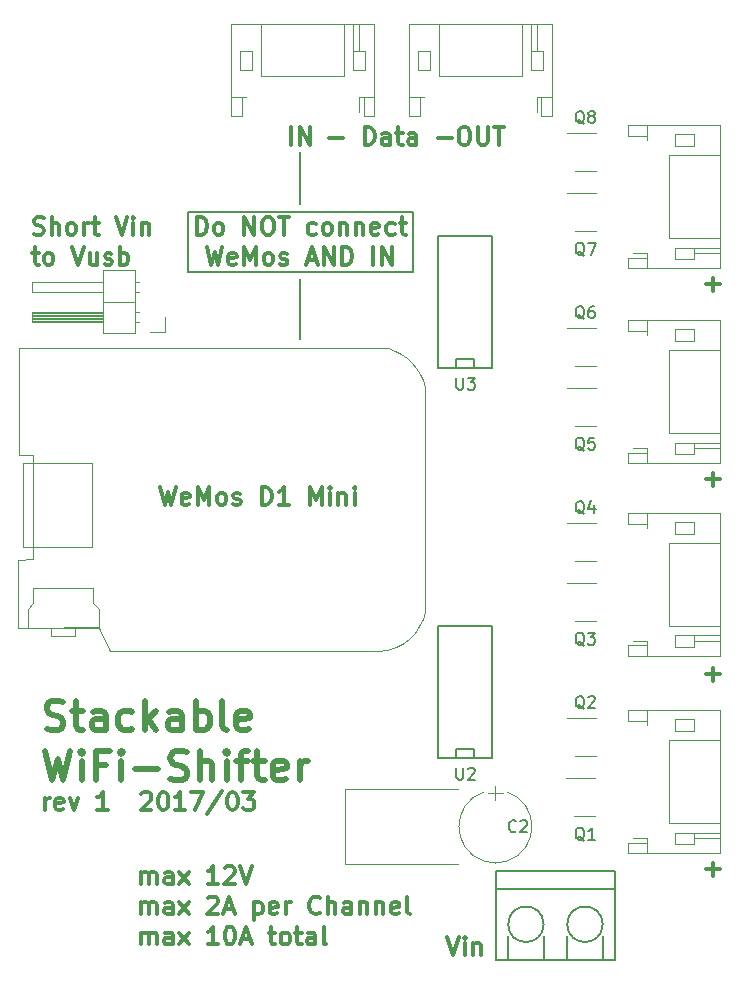
<source format=gto>
G04 #@! TF.FileFunction,Legend,Top*
%FSLAX46Y46*%
G04 Gerber Fmt 4.6, Leading zero omitted, Abs format (unit mm)*
G04 Created by KiCad (PCBNEW 4.0.5) date Sunday, 26 February 2017 'PMt' 14:45:35*
%MOMM*%
%LPD*%
G01*
G04 APERTURE LIST*
%ADD10C,0.100000*%
%ADD11C,0.200000*%
%ADD12C,0.300000*%
%ADD13C,0.500000*%
%ADD14C,0.120000*%
%ADD15C,0.150000*%
G04 APERTURE END LIST*
D10*
D11*
X163830000Y-81915000D02*
X163830000Y-86995000D01*
X163830000Y-75565000D02*
X163830000Y-71120000D01*
X173355000Y-76200000D02*
X154305000Y-76200000D01*
X173355000Y-81280000D02*
X173355000Y-76200000D01*
X154305000Y-81280000D02*
X173355000Y-81280000D01*
X154305000Y-76200000D02*
X154305000Y-81280000D01*
D10*
X167640000Y-131445000D02*
X177165000Y-131445000D01*
X167640000Y-125095000D02*
X167640000Y-131445000D01*
X177165000Y-125095000D02*
X167640000Y-125095000D01*
D12*
X150357143Y-133128571D02*
X150357143Y-132128571D01*
X150357143Y-132271429D02*
X150428571Y-132200000D01*
X150571429Y-132128571D01*
X150785714Y-132128571D01*
X150928571Y-132200000D01*
X151000000Y-132342857D01*
X151000000Y-133128571D01*
X151000000Y-132342857D02*
X151071429Y-132200000D01*
X151214286Y-132128571D01*
X151428571Y-132128571D01*
X151571429Y-132200000D01*
X151642857Y-132342857D01*
X151642857Y-133128571D01*
X153000000Y-133128571D02*
X153000000Y-132342857D01*
X152928571Y-132200000D01*
X152785714Y-132128571D01*
X152500000Y-132128571D01*
X152357143Y-132200000D01*
X153000000Y-133057143D02*
X152857143Y-133128571D01*
X152500000Y-133128571D01*
X152357143Y-133057143D01*
X152285714Y-132914286D01*
X152285714Y-132771429D01*
X152357143Y-132628571D01*
X152500000Y-132557143D01*
X152857143Y-132557143D01*
X153000000Y-132485714D01*
X153571429Y-133128571D02*
X154357143Y-132128571D01*
X153571429Y-132128571D02*
X154357143Y-133128571D01*
X156857143Y-133128571D02*
X156000000Y-133128571D01*
X156428572Y-133128571D02*
X156428572Y-131628571D01*
X156285715Y-131842857D01*
X156142857Y-131985714D01*
X156000000Y-132057143D01*
X157428571Y-131771429D02*
X157500000Y-131700000D01*
X157642857Y-131628571D01*
X158000000Y-131628571D01*
X158142857Y-131700000D01*
X158214286Y-131771429D01*
X158285714Y-131914286D01*
X158285714Y-132057143D01*
X158214286Y-132271429D01*
X157357143Y-133128571D01*
X158285714Y-133128571D01*
X158714285Y-131628571D02*
X159214285Y-133128571D01*
X159714285Y-131628571D01*
X150357143Y-135678571D02*
X150357143Y-134678571D01*
X150357143Y-134821429D02*
X150428571Y-134750000D01*
X150571429Y-134678571D01*
X150785714Y-134678571D01*
X150928571Y-134750000D01*
X151000000Y-134892857D01*
X151000000Y-135678571D01*
X151000000Y-134892857D02*
X151071429Y-134750000D01*
X151214286Y-134678571D01*
X151428571Y-134678571D01*
X151571429Y-134750000D01*
X151642857Y-134892857D01*
X151642857Y-135678571D01*
X153000000Y-135678571D02*
X153000000Y-134892857D01*
X152928571Y-134750000D01*
X152785714Y-134678571D01*
X152500000Y-134678571D01*
X152357143Y-134750000D01*
X153000000Y-135607143D02*
X152857143Y-135678571D01*
X152500000Y-135678571D01*
X152357143Y-135607143D01*
X152285714Y-135464286D01*
X152285714Y-135321429D01*
X152357143Y-135178571D01*
X152500000Y-135107143D01*
X152857143Y-135107143D01*
X153000000Y-135035714D01*
X153571429Y-135678571D02*
X154357143Y-134678571D01*
X153571429Y-134678571D02*
X154357143Y-135678571D01*
X156000000Y-134321429D02*
X156071429Y-134250000D01*
X156214286Y-134178571D01*
X156571429Y-134178571D01*
X156714286Y-134250000D01*
X156785715Y-134321429D01*
X156857143Y-134464286D01*
X156857143Y-134607143D01*
X156785715Y-134821429D01*
X155928572Y-135678571D01*
X156857143Y-135678571D01*
X157428571Y-135250000D02*
X158142857Y-135250000D01*
X157285714Y-135678571D02*
X157785714Y-134178571D01*
X158285714Y-135678571D01*
X159928571Y-134678571D02*
X159928571Y-136178571D01*
X159928571Y-134750000D02*
X160071428Y-134678571D01*
X160357142Y-134678571D01*
X160499999Y-134750000D01*
X160571428Y-134821429D01*
X160642857Y-134964286D01*
X160642857Y-135392857D01*
X160571428Y-135535714D01*
X160499999Y-135607143D01*
X160357142Y-135678571D01*
X160071428Y-135678571D01*
X159928571Y-135607143D01*
X161857142Y-135607143D02*
X161714285Y-135678571D01*
X161428571Y-135678571D01*
X161285714Y-135607143D01*
X161214285Y-135464286D01*
X161214285Y-134892857D01*
X161285714Y-134750000D01*
X161428571Y-134678571D01*
X161714285Y-134678571D01*
X161857142Y-134750000D01*
X161928571Y-134892857D01*
X161928571Y-135035714D01*
X161214285Y-135178571D01*
X162571428Y-135678571D02*
X162571428Y-134678571D01*
X162571428Y-134964286D02*
X162642856Y-134821429D01*
X162714285Y-134750000D01*
X162857142Y-134678571D01*
X162999999Y-134678571D01*
X165499999Y-135535714D02*
X165428570Y-135607143D01*
X165214284Y-135678571D01*
X165071427Y-135678571D01*
X164857142Y-135607143D01*
X164714284Y-135464286D01*
X164642856Y-135321429D01*
X164571427Y-135035714D01*
X164571427Y-134821429D01*
X164642856Y-134535714D01*
X164714284Y-134392857D01*
X164857142Y-134250000D01*
X165071427Y-134178571D01*
X165214284Y-134178571D01*
X165428570Y-134250000D01*
X165499999Y-134321429D01*
X166142856Y-135678571D02*
X166142856Y-134178571D01*
X166785713Y-135678571D02*
X166785713Y-134892857D01*
X166714284Y-134750000D01*
X166571427Y-134678571D01*
X166357142Y-134678571D01*
X166214284Y-134750000D01*
X166142856Y-134821429D01*
X168142856Y-135678571D02*
X168142856Y-134892857D01*
X168071427Y-134750000D01*
X167928570Y-134678571D01*
X167642856Y-134678571D01*
X167499999Y-134750000D01*
X168142856Y-135607143D02*
X167999999Y-135678571D01*
X167642856Y-135678571D01*
X167499999Y-135607143D01*
X167428570Y-135464286D01*
X167428570Y-135321429D01*
X167499999Y-135178571D01*
X167642856Y-135107143D01*
X167999999Y-135107143D01*
X168142856Y-135035714D01*
X168857142Y-134678571D02*
X168857142Y-135678571D01*
X168857142Y-134821429D02*
X168928570Y-134750000D01*
X169071428Y-134678571D01*
X169285713Y-134678571D01*
X169428570Y-134750000D01*
X169499999Y-134892857D01*
X169499999Y-135678571D01*
X170214285Y-134678571D02*
X170214285Y-135678571D01*
X170214285Y-134821429D02*
X170285713Y-134750000D01*
X170428571Y-134678571D01*
X170642856Y-134678571D01*
X170785713Y-134750000D01*
X170857142Y-134892857D01*
X170857142Y-135678571D01*
X172142856Y-135607143D02*
X171999999Y-135678571D01*
X171714285Y-135678571D01*
X171571428Y-135607143D01*
X171499999Y-135464286D01*
X171499999Y-134892857D01*
X171571428Y-134750000D01*
X171714285Y-134678571D01*
X171999999Y-134678571D01*
X172142856Y-134750000D01*
X172214285Y-134892857D01*
X172214285Y-135035714D01*
X171499999Y-135178571D01*
X173071428Y-135678571D02*
X172928570Y-135607143D01*
X172857142Y-135464286D01*
X172857142Y-134178571D01*
X150357143Y-138228571D02*
X150357143Y-137228571D01*
X150357143Y-137371429D02*
X150428571Y-137300000D01*
X150571429Y-137228571D01*
X150785714Y-137228571D01*
X150928571Y-137300000D01*
X151000000Y-137442857D01*
X151000000Y-138228571D01*
X151000000Y-137442857D02*
X151071429Y-137300000D01*
X151214286Y-137228571D01*
X151428571Y-137228571D01*
X151571429Y-137300000D01*
X151642857Y-137442857D01*
X151642857Y-138228571D01*
X153000000Y-138228571D02*
X153000000Y-137442857D01*
X152928571Y-137300000D01*
X152785714Y-137228571D01*
X152500000Y-137228571D01*
X152357143Y-137300000D01*
X153000000Y-138157143D02*
X152857143Y-138228571D01*
X152500000Y-138228571D01*
X152357143Y-138157143D01*
X152285714Y-138014286D01*
X152285714Y-137871429D01*
X152357143Y-137728571D01*
X152500000Y-137657143D01*
X152857143Y-137657143D01*
X153000000Y-137585714D01*
X153571429Y-138228571D02*
X154357143Y-137228571D01*
X153571429Y-137228571D02*
X154357143Y-138228571D01*
X156857143Y-138228571D02*
X156000000Y-138228571D01*
X156428572Y-138228571D02*
X156428572Y-136728571D01*
X156285715Y-136942857D01*
X156142857Y-137085714D01*
X156000000Y-137157143D01*
X157785714Y-136728571D02*
X157928571Y-136728571D01*
X158071428Y-136800000D01*
X158142857Y-136871429D01*
X158214286Y-137014286D01*
X158285714Y-137300000D01*
X158285714Y-137657143D01*
X158214286Y-137942857D01*
X158142857Y-138085714D01*
X158071428Y-138157143D01*
X157928571Y-138228571D01*
X157785714Y-138228571D01*
X157642857Y-138157143D01*
X157571428Y-138085714D01*
X157500000Y-137942857D01*
X157428571Y-137657143D01*
X157428571Y-137300000D01*
X157500000Y-137014286D01*
X157571428Y-136871429D01*
X157642857Y-136800000D01*
X157785714Y-136728571D01*
X158857142Y-137800000D02*
X159571428Y-137800000D01*
X158714285Y-138228571D02*
X159214285Y-136728571D01*
X159714285Y-138228571D01*
X161142856Y-137228571D02*
X161714285Y-137228571D01*
X161357142Y-136728571D02*
X161357142Y-138014286D01*
X161428570Y-138157143D01*
X161571428Y-138228571D01*
X161714285Y-138228571D01*
X162428571Y-138228571D02*
X162285713Y-138157143D01*
X162214285Y-138085714D01*
X162142856Y-137942857D01*
X162142856Y-137514286D01*
X162214285Y-137371429D01*
X162285713Y-137300000D01*
X162428571Y-137228571D01*
X162642856Y-137228571D01*
X162785713Y-137300000D01*
X162857142Y-137371429D01*
X162928571Y-137514286D01*
X162928571Y-137942857D01*
X162857142Y-138085714D01*
X162785713Y-138157143D01*
X162642856Y-138228571D01*
X162428571Y-138228571D01*
X163357142Y-137228571D02*
X163928571Y-137228571D01*
X163571428Y-136728571D02*
X163571428Y-138014286D01*
X163642856Y-138157143D01*
X163785714Y-138228571D01*
X163928571Y-138228571D01*
X165071428Y-138228571D02*
X165071428Y-137442857D01*
X164999999Y-137300000D01*
X164857142Y-137228571D01*
X164571428Y-137228571D01*
X164428571Y-137300000D01*
X165071428Y-138157143D02*
X164928571Y-138228571D01*
X164571428Y-138228571D01*
X164428571Y-138157143D01*
X164357142Y-138014286D01*
X164357142Y-137871429D01*
X164428571Y-137728571D01*
X164571428Y-137657143D01*
X164928571Y-137657143D01*
X165071428Y-137585714D01*
X166000000Y-138228571D02*
X165857142Y-138157143D01*
X165785714Y-138014286D01*
X165785714Y-136728571D01*
X176264286Y-137608571D02*
X176764286Y-139108571D01*
X177264286Y-137608571D01*
X177764286Y-139108571D02*
X177764286Y-138108571D01*
X177764286Y-137608571D02*
X177692857Y-137680000D01*
X177764286Y-137751429D01*
X177835714Y-137680000D01*
X177764286Y-137608571D01*
X177764286Y-137751429D01*
X178478572Y-138108571D02*
X178478572Y-139108571D01*
X178478572Y-138251429D02*
X178550000Y-138180000D01*
X178692858Y-138108571D01*
X178907143Y-138108571D01*
X179050000Y-138180000D01*
X179121429Y-138322857D01*
X179121429Y-139108571D01*
X166271429Y-69957143D02*
X167414286Y-69957143D01*
X169271429Y-70528571D02*
X169271429Y-69028571D01*
X169628572Y-69028571D01*
X169842857Y-69100000D01*
X169985715Y-69242857D01*
X170057143Y-69385714D01*
X170128572Y-69671429D01*
X170128572Y-69885714D01*
X170057143Y-70171429D01*
X169985715Y-70314286D01*
X169842857Y-70457143D01*
X169628572Y-70528571D01*
X169271429Y-70528571D01*
X171414286Y-70528571D02*
X171414286Y-69742857D01*
X171342857Y-69600000D01*
X171200000Y-69528571D01*
X170914286Y-69528571D01*
X170771429Y-69600000D01*
X171414286Y-70457143D02*
X171271429Y-70528571D01*
X170914286Y-70528571D01*
X170771429Y-70457143D01*
X170700000Y-70314286D01*
X170700000Y-70171429D01*
X170771429Y-70028571D01*
X170914286Y-69957143D01*
X171271429Y-69957143D01*
X171414286Y-69885714D01*
X171914286Y-69528571D02*
X172485715Y-69528571D01*
X172128572Y-69028571D02*
X172128572Y-70314286D01*
X172200000Y-70457143D01*
X172342858Y-70528571D01*
X172485715Y-70528571D01*
X173628572Y-70528571D02*
X173628572Y-69742857D01*
X173557143Y-69600000D01*
X173414286Y-69528571D01*
X173128572Y-69528571D01*
X172985715Y-69600000D01*
X173628572Y-70457143D02*
X173485715Y-70528571D01*
X173128572Y-70528571D01*
X172985715Y-70457143D01*
X172914286Y-70314286D01*
X172914286Y-70171429D01*
X172985715Y-70028571D01*
X173128572Y-69957143D01*
X173485715Y-69957143D01*
X173628572Y-69885714D01*
X175485715Y-69957143D02*
X176628572Y-69957143D01*
X151979286Y-99508571D02*
X152336429Y-101008571D01*
X152622143Y-99937143D01*
X152907857Y-101008571D01*
X153265000Y-99508571D01*
X154407857Y-100937143D02*
X154265000Y-101008571D01*
X153979286Y-101008571D01*
X153836429Y-100937143D01*
X153765000Y-100794286D01*
X153765000Y-100222857D01*
X153836429Y-100080000D01*
X153979286Y-100008571D01*
X154265000Y-100008571D01*
X154407857Y-100080000D01*
X154479286Y-100222857D01*
X154479286Y-100365714D01*
X153765000Y-100508571D01*
X155122143Y-101008571D02*
X155122143Y-99508571D01*
X155622143Y-100580000D01*
X156122143Y-99508571D01*
X156122143Y-101008571D01*
X157050715Y-101008571D02*
X156907857Y-100937143D01*
X156836429Y-100865714D01*
X156765000Y-100722857D01*
X156765000Y-100294286D01*
X156836429Y-100151429D01*
X156907857Y-100080000D01*
X157050715Y-100008571D01*
X157265000Y-100008571D01*
X157407857Y-100080000D01*
X157479286Y-100151429D01*
X157550715Y-100294286D01*
X157550715Y-100722857D01*
X157479286Y-100865714D01*
X157407857Y-100937143D01*
X157265000Y-101008571D01*
X157050715Y-101008571D01*
X158122143Y-100937143D02*
X158265000Y-101008571D01*
X158550715Y-101008571D01*
X158693572Y-100937143D01*
X158765000Y-100794286D01*
X158765000Y-100722857D01*
X158693572Y-100580000D01*
X158550715Y-100508571D01*
X158336429Y-100508571D01*
X158193572Y-100437143D01*
X158122143Y-100294286D01*
X158122143Y-100222857D01*
X158193572Y-100080000D01*
X158336429Y-100008571D01*
X158550715Y-100008571D01*
X158693572Y-100080000D01*
X160550715Y-101008571D02*
X160550715Y-99508571D01*
X160907858Y-99508571D01*
X161122143Y-99580000D01*
X161265001Y-99722857D01*
X161336429Y-99865714D01*
X161407858Y-100151429D01*
X161407858Y-100365714D01*
X161336429Y-100651429D01*
X161265001Y-100794286D01*
X161122143Y-100937143D01*
X160907858Y-101008571D01*
X160550715Y-101008571D01*
X162836429Y-101008571D02*
X161979286Y-101008571D01*
X162407858Y-101008571D02*
X162407858Y-99508571D01*
X162265001Y-99722857D01*
X162122143Y-99865714D01*
X161979286Y-99937143D01*
X164622143Y-101008571D02*
X164622143Y-99508571D01*
X165122143Y-100580000D01*
X165622143Y-99508571D01*
X165622143Y-101008571D01*
X166336429Y-101008571D02*
X166336429Y-100008571D01*
X166336429Y-99508571D02*
X166265000Y-99580000D01*
X166336429Y-99651429D01*
X166407857Y-99580000D01*
X166336429Y-99508571D01*
X166336429Y-99651429D01*
X167050715Y-100008571D02*
X167050715Y-101008571D01*
X167050715Y-100151429D02*
X167122143Y-100080000D01*
X167265001Y-100008571D01*
X167479286Y-100008571D01*
X167622143Y-100080000D01*
X167693572Y-100222857D01*
X167693572Y-101008571D01*
X168407858Y-101008571D02*
X168407858Y-100008571D01*
X168407858Y-99508571D02*
X168336429Y-99580000D01*
X168407858Y-99651429D01*
X168479286Y-99580000D01*
X168407858Y-99508571D01*
X168407858Y-99651429D01*
X142217143Y-126853571D02*
X142217143Y-125853571D01*
X142217143Y-126139286D02*
X142288571Y-125996429D01*
X142360000Y-125925000D01*
X142502857Y-125853571D01*
X142645714Y-125853571D01*
X143717142Y-126782143D02*
X143574285Y-126853571D01*
X143288571Y-126853571D01*
X143145714Y-126782143D01*
X143074285Y-126639286D01*
X143074285Y-126067857D01*
X143145714Y-125925000D01*
X143288571Y-125853571D01*
X143574285Y-125853571D01*
X143717142Y-125925000D01*
X143788571Y-126067857D01*
X143788571Y-126210714D01*
X143074285Y-126353571D01*
X144288571Y-125853571D02*
X144645714Y-126853571D01*
X145002856Y-125853571D01*
X147502856Y-126853571D02*
X146645713Y-126853571D01*
X147074285Y-126853571D02*
X147074285Y-125353571D01*
X146931428Y-125567857D01*
X146788570Y-125710714D01*
X146645713Y-125782143D01*
X150359998Y-125496429D02*
X150431427Y-125425000D01*
X150574284Y-125353571D01*
X150931427Y-125353571D01*
X151074284Y-125425000D01*
X151145713Y-125496429D01*
X151217141Y-125639286D01*
X151217141Y-125782143D01*
X151145713Y-125996429D01*
X150288570Y-126853571D01*
X151217141Y-126853571D01*
X152145712Y-125353571D02*
X152288569Y-125353571D01*
X152431426Y-125425000D01*
X152502855Y-125496429D01*
X152574284Y-125639286D01*
X152645712Y-125925000D01*
X152645712Y-126282143D01*
X152574284Y-126567857D01*
X152502855Y-126710714D01*
X152431426Y-126782143D01*
X152288569Y-126853571D01*
X152145712Y-126853571D01*
X152002855Y-126782143D01*
X151931426Y-126710714D01*
X151859998Y-126567857D01*
X151788569Y-126282143D01*
X151788569Y-125925000D01*
X151859998Y-125639286D01*
X151931426Y-125496429D01*
X152002855Y-125425000D01*
X152145712Y-125353571D01*
X154074283Y-126853571D02*
X153217140Y-126853571D01*
X153645712Y-126853571D02*
X153645712Y-125353571D01*
X153502855Y-125567857D01*
X153359997Y-125710714D01*
X153217140Y-125782143D01*
X154574283Y-125353571D02*
X155574283Y-125353571D01*
X154931426Y-126853571D01*
X157217139Y-125282143D02*
X155931425Y-127210714D01*
X158002854Y-125353571D02*
X158145711Y-125353571D01*
X158288568Y-125425000D01*
X158359997Y-125496429D01*
X158431426Y-125639286D01*
X158502854Y-125925000D01*
X158502854Y-126282143D01*
X158431426Y-126567857D01*
X158359997Y-126710714D01*
X158288568Y-126782143D01*
X158145711Y-126853571D01*
X158002854Y-126853571D01*
X157859997Y-126782143D01*
X157788568Y-126710714D01*
X157717140Y-126567857D01*
X157645711Y-126282143D01*
X157645711Y-125925000D01*
X157717140Y-125639286D01*
X157788568Y-125496429D01*
X157859997Y-125425000D01*
X158002854Y-125353571D01*
X159002854Y-125353571D02*
X159931425Y-125353571D01*
X159431425Y-125925000D01*
X159645711Y-125925000D01*
X159788568Y-125996429D01*
X159859997Y-126067857D01*
X159931425Y-126210714D01*
X159931425Y-126567857D01*
X159859997Y-126710714D01*
X159788568Y-126782143D01*
X159645711Y-126853571D01*
X159217139Y-126853571D01*
X159074282Y-126782143D01*
X159002854Y-126710714D01*
X141255714Y-78072143D02*
X141470000Y-78143571D01*
X141827143Y-78143571D01*
X141970000Y-78072143D01*
X142041429Y-78000714D01*
X142112857Y-77857857D01*
X142112857Y-77715000D01*
X142041429Y-77572143D01*
X141970000Y-77500714D01*
X141827143Y-77429286D01*
X141541429Y-77357857D01*
X141398571Y-77286429D01*
X141327143Y-77215000D01*
X141255714Y-77072143D01*
X141255714Y-76929286D01*
X141327143Y-76786429D01*
X141398571Y-76715000D01*
X141541429Y-76643571D01*
X141898571Y-76643571D01*
X142112857Y-76715000D01*
X142755714Y-78143571D02*
X142755714Y-76643571D01*
X143398571Y-78143571D02*
X143398571Y-77357857D01*
X143327142Y-77215000D01*
X143184285Y-77143571D01*
X142970000Y-77143571D01*
X142827142Y-77215000D01*
X142755714Y-77286429D01*
X144327143Y-78143571D02*
X144184285Y-78072143D01*
X144112857Y-78000714D01*
X144041428Y-77857857D01*
X144041428Y-77429286D01*
X144112857Y-77286429D01*
X144184285Y-77215000D01*
X144327143Y-77143571D01*
X144541428Y-77143571D01*
X144684285Y-77215000D01*
X144755714Y-77286429D01*
X144827143Y-77429286D01*
X144827143Y-77857857D01*
X144755714Y-78000714D01*
X144684285Y-78072143D01*
X144541428Y-78143571D01*
X144327143Y-78143571D01*
X145470000Y-78143571D02*
X145470000Y-77143571D01*
X145470000Y-77429286D02*
X145541428Y-77286429D01*
X145612857Y-77215000D01*
X145755714Y-77143571D01*
X145898571Y-77143571D01*
X146184285Y-77143571D02*
X146755714Y-77143571D01*
X146398571Y-76643571D02*
X146398571Y-77929286D01*
X146469999Y-78072143D01*
X146612857Y-78143571D01*
X146755714Y-78143571D01*
X148184285Y-76643571D02*
X148684285Y-78143571D01*
X149184285Y-76643571D01*
X149684285Y-78143571D02*
X149684285Y-77143571D01*
X149684285Y-76643571D02*
X149612856Y-76715000D01*
X149684285Y-76786429D01*
X149755713Y-76715000D01*
X149684285Y-76643571D01*
X149684285Y-76786429D01*
X150398571Y-77143571D02*
X150398571Y-78143571D01*
X150398571Y-77286429D02*
X150469999Y-77215000D01*
X150612857Y-77143571D01*
X150827142Y-77143571D01*
X150969999Y-77215000D01*
X151041428Y-77357857D01*
X151041428Y-78143571D01*
X141112857Y-79693571D02*
X141684286Y-79693571D01*
X141327143Y-79193571D02*
X141327143Y-80479286D01*
X141398571Y-80622143D01*
X141541429Y-80693571D01*
X141684286Y-80693571D01*
X142398572Y-80693571D02*
X142255714Y-80622143D01*
X142184286Y-80550714D01*
X142112857Y-80407857D01*
X142112857Y-79979286D01*
X142184286Y-79836429D01*
X142255714Y-79765000D01*
X142398572Y-79693571D01*
X142612857Y-79693571D01*
X142755714Y-79765000D01*
X142827143Y-79836429D01*
X142898572Y-79979286D01*
X142898572Y-80407857D01*
X142827143Y-80550714D01*
X142755714Y-80622143D01*
X142612857Y-80693571D01*
X142398572Y-80693571D01*
X144470000Y-79193571D02*
X144970000Y-80693571D01*
X145470000Y-79193571D01*
X146612857Y-79693571D02*
X146612857Y-80693571D01*
X145970000Y-79693571D02*
X145970000Y-80479286D01*
X146041428Y-80622143D01*
X146184286Y-80693571D01*
X146398571Y-80693571D01*
X146541428Y-80622143D01*
X146612857Y-80550714D01*
X147255714Y-80622143D02*
X147398571Y-80693571D01*
X147684286Y-80693571D01*
X147827143Y-80622143D01*
X147898571Y-80479286D01*
X147898571Y-80407857D01*
X147827143Y-80265000D01*
X147684286Y-80193571D01*
X147470000Y-80193571D01*
X147327143Y-80122143D01*
X147255714Y-79979286D01*
X147255714Y-79907857D01*
X147327143Y-79765000D01*
X147470000Y-79693571D01*
X147684286Y-79693571D01*
X147827143Y-79765000D01*
X148541429Y-80693571D02*
X148541429Y-79193571D01*
X148541429Y-79765000D02*
X148684286Y-79693571D01*
X148970000Y-79693571D01*
X149112857Y-79765000D01*
X149184286Y-79836429D01*
X149255715Y-79979286D01*
X149255715Y-80407857D01*
X149184286Y-80550714D01*
X149112857Y-80622143D01*
X148970000Y-80693571D01*
X148684286Y-80693571D01*
X148541429Y-80622143D01*
D13*
X142336190Y-119981905D02*
X142693333Y-120100952D01*
X143288571Y-120100952D01*
X143526667Y-119981905D01*
X143645714Y-119862857D01*
X143764762Y-119624762D01*
X143764762Y-119386667D01*
X143645714Y-119148571D01*
X143526667Y-119029524D01*
X143288571Y-118910476D01*
X142812381Y-118791429D01*
X142574286Y-118672381D01*
X142455238Y-118553333D01*
X142336190Y-118315238D01*
X142336190Y-118077143D01*
X142455238Y-117839048D01*
X142574286Y-117720000D01*
X142812381Y-117600952D01*
X143407619Y-117600952D01*
X143764762Y-117720000D01*
X144479047Y-118434286D02*
X145431428Y-118434286D01*
X144836190Y-117600952D02*
X144836190Y-119743810D01*
X144955238Y-119981905D01*
X145193333Y-120100952D01*
X145431428Y-120100952D01*
X147336190Y-120100952D02*
X147336190Y-118791429D01*
X147217142Y-118553333D01*
X146979047Y-118434286D01*
X146502856Y-118434286D01*
X146264761Y-118553333D01*
X147336190Y-119981905D02*
X147098094Y-120100952D01*
X146502856Y-120100952D01*
X146264761Y-119981905D01*
X146145713Y-119743810D01*
X146145713Y-119505714D01*
X146264761Y-119267619D01*
X146502856Y-119148571D01*
X147098094Y-119148571D01*
X147336190Y-119029524D01*
X149598095Y-119981905D02*
X149359999Y-120100952D01*
X148883809Y-120100952D01*
X148645714Y-119981905D01*
X148526666Y-119862857D01*
X148407618Y-119624762D01*
X148407618Y-118910476D01*
X148526666Y-118672381D01*
X148645714Y-118553333D01*
X148883809Y-118434286D01*
X149359999Y-118434286D01*
X149598095Y-118553333D01*
X150669523Y-120100952D02*
X150669523Y-117600952D01*
X150907618Y-119148571D02*
X151621904Y-120100952D01*
X151621904Y-118434286D02*
X150669523Y-119386667D01*
X153764762Y-120100952D02*
X153764762Y-118791429D01*
X153645714Y-118553333D01*
X153407619Y-118434286D01*
X152931428Y-118434286D01*
X152693333Y-118553333D01*
X153764762Y-119981905D02*
X153526666Y-120100952D01*
X152931428Y-120100952D01*
X152693333Y-119981905D01*
X152574285Y-119743810D01*
X152574285Y-119505714D01*
X152693333Y-119267619D01*
X152931428Y-119148571D01*
X153526666Y-119148571D01*
X153764762Y-119029524D01*
X154955238Y-120100952D02*
X154955238Y-117600952D01*
X154955238Y-118553333D02*
X155193333Y-118434286D01*
X155669524Y-118434286D01*
X155907619Y-118553333D01*
X156026667Y-118672381D01*
X156145714Y-118910476D01*
X156145714Y-119624762D01*
X156026667Y-119862857D01*
X155907619Y-119981905D01*
X155669524Y-120100952D01*
X155193333Y-120100952D01*
X154955238Y-119981905D01*
X157574286Y-120100952D02*
X157336191Y-119981905D01*
X157217143Y-119743810D01*
X157217143Y-117600952D01*
X159479048Y-119981905D02*
X159240953Y-120100952D01*
X158764762Y-120100952D01*
X158526667Y-119981905D01*
X158407619Y-119743810D01*
X158407619Y-118791429D01*
X158526667Y-118553333D01*
X158764762Y-118434286D01*
X159240953Y-118434286D01*
X159479048Y-118553333D01*
X159598096Y-118791429D01*
X159598096Y-119029524D01*
X158407619Y-119267619D01*
X142217143Y-121850952D02*
X142812381Y-124350952D01*
X143288571Y-122565238D01*
X143764762Y-124350952D01*
X144360000Y-121850952D01*
X145312381Y-124350952D02*
X145312381Y-122684286D01*
X145312381Y-121850952D02*
X145193333Y-121970000D01*
X145312381Y-122089048D01*
X145431429Y-121970000D01*
X145312381Y-121850952D01*
X145312381Y-122089048D01*
X147336190Y-123041429D02*
X146502857Y-123041429D01*
X146502857Y-124350952D02*
X146502857Y-121850952D01*
X147693333Y-121850952D01*
X148645714Y-124350952D02*
X148645714Y-122684286D01*
X148645714Y-121850952D02*
X148526666Y-121970000D01*
X148645714Y-122089048D01*
X148764762Y-121970000D01*
X148645714Y-121850952D01*
X148645714Y-122089048D01*
X149836190Y-123398571D02*
X151740952Y-123398571D01*
X152812380Y-124231905D02*
X153169523Y-124350952D01*
X153764761Y-124350952D01*
X154002857Y-124231905D01*
X154121904Y-124112857D01*
X154240952Y-123874762D01*
X154240952Y-123636667D01*
X154121904Y-123398571D01*
X154002857Y-123279524D01*
X153764761Y-123160476D01*
X153288571Y-123041429D01*
X153050476Y-122922381D01*
X152931428Y-122803333D01*
X152812380Y-122565238D01*
X152812380Y-122327143D01*
X152931428Y-122089048D01*
X153050476Y-121970000D01*
X153288571Y-121850952D01*
X153883809Y-121850952D01*
X154240952Y-121970000D01*
X155312380Y-124350952D02*
X155312380Y-121850952D01*
X156383809Y-124350952D02*
X156383809Y-123041429D01*
X156264761Y-122803333D01*
X156026666Y-122684286D01*
X155669523Y-122684286D01*
X155431428Y-122803333D01*
X155312380Y-122922381D01*
X157574285Y-124350952D02*
X157574285Y-122684286D01*
X157574285Y-121850952D02*
X157455237Y-121970000D01*
X157574285Y-122089048D01*
X157693333Y-121970000D01*
X157574285Y-121850952D01*
X157574285Y-122089048D01*
X158407618Y-122684286D02*
X159359999Y-122684286D01*
X158764761Y-124350952D02*
X158764761Y-122208095D01*
X158883809Y-121970000D01*
X159121904Y-121850952D01*
X159359999Y-121850952D01*
X159836189Y-122684286D02*
X160788570Y-122684286D01*
X160193332Y-121850952D02*
X160193332Y-123993810D01*
X160312380Y-124231905D01*
X160550475Y-124350952D01*
X160788570Y-124350952D01*
X162574284Y-124231905D02*
X162336189Y-124350952D01*
X161859998Y-124350952D01*
X161621903Y-124231905D01*
X161502855Y-123993810D01*
X161502855Y-123041429D01*
X161621903Y-122803333D01*
X161859998Y-122684286D01*
X162336189Y-122684286D01*
X162574284Y-122803333D01*
X162693332Y-123041429D01*
X162693332Y-123279524D01*
X161502855Y-123517619D01*
X163764760Y-124350952D02*
X163764760Y-122684286D01*
X163764760Y-123160476D02*
X163883808Y-122922381D01*
X164002855Y-122803333D01*
X164240951Y-122684286D01*
X164479046Y-122684286D01*
D12*
X155080000Y-78143571D02*
X155080000Y-76643571D01*
X155437143Y-76643571D01*
X155651428Y-76715000D01*
X155794286Y-76857857D01*
X155865714Y-77000714D01*
X155937143Y-77286429D01*
X155937143Y-77500714D01*
X155865714Y-77786429D01*
X155794286Y-77929286D01*
X155651428Y-78072143D01*
X155437143Y-78143571D01*
X155080000Y-78143571D01*
X156794286Y-78143571D02*
X156651428Y-78072143D01*
X156580000Y-78000714D01*
X156508571Y-77857857D01*
X156508571Y-77429286D01*
X156580000Y-77286429D01*
X156651428Y-77215000D01*
X156794286Y-77143571D01*
X157008571Y-77143571D01*
X157151428Y-77215000D01*
X157222857Y-77286429D01*
X157294286Y-77429286D01*
X157294286Y-77857857D01*
X157222857Y-78000714D01*
X157151428Y-78072143D01*
X157008571Y-78143571D01*
X156794286Y-78143571D01*
X159080000Y-78143571D02*
X159080000Y-76643571D01*
X159937143Y-78143571D01*
X159937143Y-76643571D01*
X160937143Y-76643571D02*
X161222857Y-76643571D01*
X161365715Y-76715000D01*
X161508572Y-76857857D01*
X161580000Y-77143571D01*
X161580000Y-77643571D01*
X161508572Y-77929286D01*
X161365715Y-78072143D01*
X161222857Y-78143571D01*
X160937143Y-78143571D01*
X160794286Y-78072143D01*
X160651429Y-77929286D01*
X160580000Y-77643571D01*
X160580000Y-77143571D01*
X160651429Y-76857857D01*
X160794286Y-76715000D01*
X160937143Y-76643571D01*
X162008572Y-76643571D02*
X162865715Y-76643571D01*
X162437144Y-78143571D02*
X162437144Y-76643571D01*
X165151429Y-78072143D02*
X165008572Y-78143571D01*
X164722858Y-78143571D01*
X164580000Y-78072143D01*
X164508572Y-78000714D01*
X164437143Y-77857857D01*
X164437143Y-77429286D01*
X164508572Y-77286429D01*
X164580000Y-77215000D01*
X164722858Y-77143571D01*
X165008572Y-77143571D01*
X165151429Y-77215000D01*
X166008572Y-78143571D02*
X165865714Y-78072143D01*
X165794286Y-78000714D01*
X165722857Y-77857857D01*
X165722857Y-77429286D01*
X165794286Y-77286429D01*
X165865714Y-77215000D01*
X166008572Y-77143571D01*
X166222857Y-77143571D01*
X166365714Y-77215000D01*
X166437143Y-77286429D01*
X166508572Y-77429286D01*
X166508572Y-77857857D01*
X166437143Y-78000714D01*
X166365714Y-78072143D01*
X166222857Y-78143571D01*
X166008572Y-78143571D01*
X167151429Y-77143571D02*
X167151429Y-78143571D01*
X167151429Y-77286429D02*
X167222857Y-77215000D01*
X167365715Y-77143571D01*
X167580000Y-77143571D01*
X167722857Y-77215000D01*
X167794286Y-77357857D01*
X167794286Y-78143571D01*
X168508572Y-77143571D02*
X168508572Y-78143571D01*
X168508572Y-77286429D02*
X168580000Y-77215000D01*
X168722858Y-77143571D01*
X168937143Y-77143571D01*
X169080000Y-77215000D01*
X169151429Y-77357857D01*
X169151429Y-78143571D01*
X170437143Y-78072143D02*
X170294286Y-78143571D01*
X170008572Y-78143571D01*
X169865715Y-78072143D01*
X169794286Y-77929286D01*
X169794286Y-77357857D01*
X169865715Y-77215000D01*
X170008572Y-77143571D01*
X170294286Y-77143571D01*
X170437143Y-77215000D01*
X170508572Y-77357857D01*
X170508572Y-77500714D01*
X169794286Y-77643571D01*
X171794286Y-78072143D02*
X171651429Y-78143571D01*
X171365715Y-78143571D01*
X171222857Y-78072143D01*
X171151429Y-78000714D01*
X171080000Y-77857857D01*
X171080000Y-77429286D01*
X171151429Y-77286429D01*
X171222857Y-77215000D01*
X171365715Y-77143571D01*
X171651429Y-77143571D01*
X171794286Y-77215000D01*
X172222857Y-77143571D02*
X172794286Y-77143571D01*
X172437143Y-76643571D02*
X172437143Y-77929286D01*
X172508571Y-78072143D01*
X172651429Y-78143571D01*
X172794286Y-78143571D01*
X155937143Y-79193571D02*
X156294286Y-80693571D01*
X156580000Y-79622143D01*
X156865714Y-80693571D01*
X157222857Y-79193571D01*
X158365714Y-80622143D02*
X158222857Y-80693571D01*
X157937143Y-80693571D01*
X157794286Y-80622143D01*
X157722857Y-80479286D01*
X157722857Y-79907857D01*
X157794286Y-79765000D01*
X157937143Y-79693571D01*
X158222857Y-79693571D01*
X158365714Y-79765000D01*
X158437143Y-79907857D01*
X158437143Y-80050714D01*
X157722857Y-80193571D01*
X159080000Y-80693571D02*
X159080000Y-79193571D01*
X159580000Y-80265000D01*
X160080000Y-79193571D01*
X160080000Y-80693571D01*
X161008572Y-80693571D02*
X160865714Y-80622143D01*
X160794286Y-80550714D01*
X160722857Y-80407857D01*
X160722857Y-79979286D01*
X160794286Y-79836429D01*
X160865714Y-79765000D01*
X161008572Y-79693571D01*
X161222857Y-79693571D01*
X161365714Y-79765000D01*
X161437143Y-79836429D01*
X161508572Y-79979286D01*
X161508572Y-80407857D01*
X161437143Y-80550714D01*
X161365714Y-80622143D01*
X161222857Y-80693571D01*
X161008572Y-80693571D01*
X162080000Y-80622143D02*
X162222857Y-80693571D01*
X162508572Y-80693571D01*
X162651429Y-80622143D01*
X162722857Y-80479286D01*
X162722857Y-80407857D01*
X162651429Y-80265000D01*
X162508572Y-80193571D01*
X162294286Y-80193571D01*
X162151429Y-80122143D01*
X162080000Y-79979286D01*
X162080000Y-79907857D01*
X162151429Y-79765000D01*
X162294286Y-79693571D01*
X162508572Y-79693571D01*
X162651429Y-79765000D01*
X164437143Y-80265000D02*
X165151429Y-80265000D01*
X164294286Y-80693571D02*
X164794286Y-79193571D01*
X165294286Y-80693571D01*
X165794286Y-80693571D02*
X165794286Y-79193571D01*
X166651429Y-80693571D01*
X166651429Y-79193571D01*
X167365715Y-80693571D02*
X167365715Y-79193571D01*
X167722858Y-79193571D01*
X167937143Y-79265000D01*
X168080001Y-79407857D01*
X168151429Y-79550714D01*
X168222858Y-79836429D01*
X168222858Y-80050714D01*
X168151429Y-80336429D01*
X168080001Y-80479286D01*
X167937143Y-80622143D01*
X167722858Y-80693571D01*
X167365715Y-80693571D01*
X170008572Y-80693571D02*
X170008572Y-79193571D01*
X170722858Y-80693571D02*
X170722858Y-79193571D01*
X171580001Y-80693571D01*
X171580001Y-79193571D01*
X198183572Y-82339643D02*
X199326429Y-82339643D01*
X198755000Y-82911071D02*
X198755000Y-81768214D01*
X198183572Y-98849643D02*
X199326429Y-98849643D01*
X198755000Y-99421071D02*
X198755000Y-98278214D01*
X198183572Y-115359643D02*
X199326429Y-115359643D01*
X198755000Y-115931071D02*
X198755000Y-114788214D01*
X198183572Y-131869643D02*
X199326429Y-131869643D01*
X198755000Y-132441071D02*
X198755000Y-131298214D01*
X163044286Y-70528571D02*
X163044286Y-69028571D01*
X163758572Y-70528571D02*
X163758572Y-69028571D01*
X164615715Y-70528571D01*
X164615715Y-69028571D01*
X177570000Y-69028571D02*
X177855714Y-69028571D01*
X177998572Y-69100000D01*
X178141429Y-69242857D01*
X178212857Y-69528571D01*
X178212857Y-70028571D01*
X178141429Y-70314286D01*
X177998572Y-70457143D01*
X177855714Y-70528571D01*
X177570000Y-70528571D01*
X177427143Y-70457143D01*
X177284286Y-70314286D01*
X177212857Y-70028571D01*
X177212857Y-69528571D01*
X177284286Y-69242857D01*
X177427143Y-69100000D01*
X177570000Y-69028571D01*
X178855715Y-69028571D02*
X178855715Y-70242857D01*
X178927143Y-70385714D01*
X178998572Y-70457143D01*
X179141429Y-70528571D01*
X179427143Y-70528571D01*
X179570001Y-70457143D01*
X179641429Y-70385714D01*
X179712858Y-70242857D01*
X179712858Y-69028571D01*
X180212858Y-69028571D02*
X181070001Y-69028571D01*
X180641430Y-70528571D02*
X180641430Y-69028571D01*
D10*
X139932772Y-111464972D02*
X139932772Y-105653680D01*
X139932772Y-105653680D02*
X141216205Y-105627349D01*
X141216205Y-105627349D02*
X141209517Y-96796127D01*
X141209517Y-96796127D02*
X140007264Y-96798103D01*
X140007264Y-96798103D02*
X140033342Y-87717307D01*
X140033342Y-87717307D02*
X171203493Y-87731305D01*
X171203493Y-87731305D02*
X171806286Y-87964116D01*
X171806286Y-87964116D02*
X172351167Y-88247599D01*
X172351167Y-88247599D02*
X172837577Y-88582247D01*
X172837577Y-88582247D02*
X173264952Y-88968547D01*
X173264952Y-88968547D02*
X173632741Y-89406988D01*
X173632741Y-89406988D02*
X173940377Y-89898060D01*
X173940377Y-89898060D02*
X174187310Y-90442250D01*
X174187310Y-90442250D02*
X174372976Y-91040047D01*
X174372976Y-91040047D02*
X174401734Y-110077960D01*
X174401734Y-110077960D02*
X174167741Y-110697324D01*
X174167741Y-110697324D02*
X173883258Y-111285518D01*
X173883258Y-111285518D02*
X173533743Y-111828945D01*
X173533743Y-111828945D02*
X173104658Y-112314003D01*
X173104658Y-112314003D02*
X172581460Y-112727095D01*
X172581460Y-112727095D02*
X171949613Y-113054622D01*
X171949613Y-113054622D02*
X171194575Y-113282982D01*
X171194575Y-113282982D02*
X170301807Y-113398578D01*
X170301807Y-113398578D02*
X147746715Y-113423526D01*
X147746715Y-113423526D02*
X146785819Y-111479980D01*
X146785819Y-111479980D02*
X139977476Y-111450186D01*
X146158549Y-97467850D02*
X146158549Y-104607431D01*
X146158549Y-104607431D02*
X140344812Y-104607431D01*
X140344812Y-104607431D02*
X140344812Y-97467850D01*
X140344812Y-97467850D02*
X146158549Y-97467850D01*
X146807651Y-111391100D02*
X146807651Y-109838878D01*
X146807651Y-109838878D02*
X146278485Y-109309711D01*
X146278485Y-109309711D02*
X146278485Y-108057350D01*
X146278485Y-108057350D02*
X141216124Y-108057350D01*
X141216124Y-108057350D02*
X141216124Y-109344989D01*
X141216124Y-109344989D02*
X140722235Y-109874156D01*
X140722235Y-109874156D02*
X140722235Y-111444017D01*
X140722235Y-111444017D02*
X146807651Y-111391100D01*
X144726262Y-111426378D02*
X144726262Y-112079017D01*
X144726262Y-112079017D02*
X142733068Y-112079017D01*
X142733068Y-112079017D02*
X142733068Y-111461656D01*
D14*
X181320943Y-131180162D02*
G75*
G03X181320000Y-125319522I-980943J2930162D01*
G01*
X179359057Y-131180162D02*
G75*
G02X179360000Y-125319522I980943J2930162D01*
G01*
X179359057Y-131180162D02*
G75*
G03X181320000Y-131180478I980943J2930162D01*
G01*
X180340000Y-124800000D02*
X180340000Y-126000000D01*
X180990000Y-125400000D02*
X179690000Y-125400000D01*
D15*
X177038000Y-122428000D02*
X177038000Y-121666000D01*
X177038000Y-121666000D02*
X178562000Y-121666000D01*
X178562000Y-121666000D02*
X178562000Y-122428000D01*
X175514000Y-111252000D02*
X180086000Y-111252000D01*
X180086000Y-111252000D02*
X180086000Y-122428000D01*
X180086000Y-122428000D02*
X175514000Y-122428000D01*
X175514000Y-122428000D02*
X175514000Y-111252000D01*
X177038000Y-89408000D02*
X177038000Y-88646000D01*
X177038000Y-88646000D02*
X178562000Y-88646000D01*
X178562000Y-88646000D02*
X178562000Y-89408000D01*
X175514000Y-78232000D02*
X180086000Y-78232000D01*
X180086000Y-78232000D02*
X180086000Y-89408000D01*
X180086000Y-89408000D02*
X175514000Y-89408000D01*
X175514000Y-89408000D02*
X175514000Y-78232000D01*
D14*
X186980000Y-127340000D02*
X188780000Y-127340000D01*
X188780000Y-124120000D02*
X186330000Y-124120000D01*
X187060000Y-122260000D02*
X188860000Y-122260000D01*
X188860000Y-119040000D02*
X186410000Y-119040000D01*
X187060000Y-110830000D02*
X188860000Y-110830000D01*
X188860000Y-107610000D02*
X186410000Y-107610000D01*
X187060000Y-105750000D02*
X188860000Y-105750000D01*
X188860000Y-102530000D02*
X186410000Y-102530000D01*
X187060000Y-94320000D02*
X188860000Y-94320000D01*
X188860000Y-91100000D02*
X186410000Y-91100000D01*
X187060000Y-89240000D02*
X188860000Y-89240000D01*
X188860000Y-86020000D02*
X186410000Y-86020000D01*
X187060000Y-77810000D02*
X188860000Y-77810000D01*
X188860000Y-74590000D02*
X186410000Y-74590000D01*
X187060000Y-72730000D02*
X188860000Y-72730000D01*
X188860000Y-69510000D02*
X186410000Y-69510000D01*
X199390000Y-127960000D02*
X195040000Y-127960000D01*
X195040000Y-127960000D02*
X195040000Y-120960000D01*
X195040000Y-120960000D02*
X199390000Y-120960000D01*
X193190000Y-129260000D02*
X193190000Y-129610000D01*
X193190000Y-129610000D02*
X191590000Y-129610000D01*
X191590000Y-129610000D02*
X191590000Y-130510000D01*
X191590000Y-130510000D02*
X199390000Y-130510000D01*
X199390000Y-130510000D02*
X199390000Y-118410000D01*
X199390000Y-118410000D02*
X191590000Y-118410000D01*
X191590000Y-118410000D02*
X191590000Y-119310000D01*
X191590000Y-119310000D02*
X193190000Y-119310000D01*
X193190000Y-119310000D02*
X193190000Y-119660000D01*
X193190000Y-130510000D02*
X193190000Y-129610000D01*
X193190000Y-118410000D02*
X193190000Y-119310000D01*
X195540000Y-129760000D02*
X197140000Y-129760000D01*
X197140000Y-129760000D02*
X197140000Y-128760000D01*
X197140000Y-128760000D02*
X195540000Y-128760000D01*
X195540000Y-128760000D02*
X195540000Y-129760000D01*
X195540000Y-119160000D02*
X197140000Y-119160000D01*
X197140000Y-119160000D02*
X197140000Y-120160000D01*
X197140000Y-120160000D02*
X195540000Y-120160000D01*
X195540000Y-120160000D02*
X195540000Y-119160000D01*
X197140000Y-128760000D02*
X199390000Y-128760000D01*
X197140000Y-129260000D02*
X199390000Y-129260000D01*
X193190000Y-129260000D02*
X191990000Y-129260000D01*
X199390000Y-111260000D02*
X195040000Y-111260000D01*
X195040000Y-111260000D02*
X195040000Y-104260000D01*
X195040000Y-104260000D02*
X199390000Y-104260000D01*
X193190000Y-112560000D02*
X193190000Y-112910000D01*
X193190000Y-112910000D02*
X191590000Y-112910000D01*
X191590000Y-112910000D02*
X191590000Y-113810000D01*
X191590000Y-113810000D02*
X199390000Y-113810000D01*
X199390000Y-113810000D02*
X199390000Y-101710000D01*
X199390000Y-101710000D02*
X191590000Y-101710000D01*
X191590000Y-101710000D02*
X191590000Y-102610000D01*
X191590000Y-102610000D02*
X193190000Y-102610000D01*
X193190000Y-102610000D02*
X193190000Y-102960000D01*
X193190000Y-113810000D02*
X193190000Y-112910000D01*
X193190000Y-101710000D02*
X193190000Y-102610000D01*
X195540000Y-113060000D02*
X197140000Y-113060000D01*
X197140000Y-113060000D02*
X197140000Y-112060000D01*
X197140000Y-112060000D02*
X195540000Y-112060000D01*
X195540000Y-112060000D02*
X195540000Y-113060000D01*
X195540000Y-102460000D02*
X197140000Y-102460000D01*
X197140000Y-102460000D02*
X197140000Y-103460000D01*
X197140000Y-103460000D02*
X195540000Y-103460000D01*
X195540000Y-103460000D02*
X195540000Y-102460000D01*
X197140000Y-112060000D02*
X199390000Y-112060000D01*
X197140000Y-112560000D02*
X199390000Y-112560000D01*
X193190000Y-112560000D02*
X191990000Y-112560000D01*
X199390000Y-94940000D02*
X195040000Y-94940000D01*
X195040000Y-94940000D02*
X195040000Y-87940000D01*
X195040000Y-87940000D02*
X199390000Y-87940000D01*
X193190000Y-96240000D02*
X193190000Y-96590000D01*
X193190000Y-96590000D02*
X191590000Y-96590000D01*
X191590000Y-96590000D02*
X191590000Y-97490000D01*
X191590000Y-97490000D02*
X199390000Y-97490000D01*
X199390000Y-97490000D02*
X199390000Y-85390000D01*
X199390000Y-85390000D02*
X191590000Y-85390000D01*
X191590000Y-85390000D02*
X191590000Y-86290000D01*
X191590000Y-86290000D02*
X193190000Y-86290000D01*
X193190000Y-86290000D02*
X193190000Y-86640000D01*
X193190000Y-97490000D02*
X193190000Y-96590000D01*
X193190000Y-85390000D02*
X193190000Y-86290000D01*
X195540000Y-96740000D02*
X197140000Y-96740000D01*
X197140000Y-96740000D02*
X197140000Y-95740000D01*
X197140000Y-95740000D02*
X195540000Y-95740000D01*
X195540000Y-95740000D02*
X195540000Y-96740000D01*
X195540000Y-86140000D02*
X197140000Y-86140000D01*
X197140000Y-86140000D02*
X197140000Y-87140000D01*
X197140000Y-87140000D02*
X195540000Y-87140000D01*
X195540000Y-87140000D02*
X195540000Y-86140000D01*
X197140000Y-95740000D02*
X199390000Y-95740000D01*
X197140000Y-96240000D02*
X199390000Y-96240000D01*
X193190000Y-96240000D02*
X191990000Y-96240000D01*
X199390000Y-78430000D02*
X195040000Y-78430000D01*
X195040000Y-78430000D02*
X195040000Y-71430000D01*
X195040000Y-71430000D02*
X199390000Y-71430000D01*
X193190000Y-79730000D02*
X193190000Y-80080000D01*
X193190000Y-80080000D02*
X191590000Y-80080000D01*
X191590000Y-80080000D02*
X191590000Y-80980000D01*
X191590000Y-80980000D02*
X199390000Y-80980000D01*
X199390000Y-80980000D02*
X199390000Y-68880000D01*
X199390000Y-68880000D02*
X191590000Y-68880000D01*
X191590000Y-68880000D02*
X191590000Y-69780000D01*
X191590000Y-69780000D02*
X193190000Y-69780000D01*
X193190000Y-69780000D02*
X193190000Y-70130000D01*
X193190000Y-80980000D02*
X193190000Y-80080000D01*
X193190000Y-68880000D02*
X193190000Y-69780000D01*
X195540000Y-80230000D02*
X197140000Y-80230000D01*
X197140000Y-80230000D02*
X197140000Y-79230000D01*
X197140000Y-79230000D02*
X195540000Y-79230000D01*
X195540000Y-79230000D02*
X195540000Y-80230000D01*
X195540000Y-69630000D02*
X197140000Y-69630000D01*
X197140000Y-69630000D02*
X197140000Y-70630000D01*
X197140000Y-70630000D02*
X195540000Y-70630000D01*
X195540000Y-70630000D02*
X195540000Y-69630000D01*
X197140000Y-79230000D02*
X199390000Y-79230000D01*
X197140000Y-79730000D02*
X199390000Y-79730000D01*
X193190000Y-79730000D02*
X191990000Y-79730000D01*
X167520000Y-60325000D02*
X167520000Y-64675000D01*
X167520000Y-64675000D02*
X160520000Y-64675000D01*
X160520000Y-64675000D02*
X160520000Y-60325000D01*
X168820000Y-66525000D02*
X169170000Y-66525000D01*
X169170000Y-66525000D02*
X169170000Y-68125000D01*
X169170000Y-68125000D02*
X170070000Y-68125000D01*
X170070000Y-68125000D02*
X170070000Y-60325000D01*
X170070000Y-60325000D02*
X157970000Y-60325000D01*
X157970000Y-60325000D02*
X157970000Y-68125000D01*
X157970000Y-68125000D02*
X158870000Y-68125000D01*
X158870000Y-68125000D02*
X158870000Y-66525000D01*
X158870000Y-66525000D02*
X159220000Y-66525000D01*
X170070000Y-66525000D02*
X169170000Y-66525000D01*
X157970000Y-66525000D02*
X158870000Y-66525000D01*
X169320000Y-64175000D02*
X169320000Y-62575000D01*
X169320000Y-62575000D02*
X168320000Y-62575000D01*
X168320000Y-62575000D02*
X168320000Y-64175000D01*
X168320000Y-64175000D02*
X169320000Y-64175000D01*
X158720000Y-64175000D02*
X158720000Y-62575000D01*
X158720000Y-62575000D02*
X159720000Y-62575000D01*
X159720000Y-62575000D02*
X159720000Y-64175000D01*
X159720000Y-64175000D02*
X158720000Y-64175000D01*
X168320000Y-62575000D02*
X168320000Y-60325000D01*
X168820000Y-62575000D02*
X168820000Y-60325000D01*
X168820000Y-66525000D02*
X168820000Y-67725000D01*
X182570000Y-60325000D02*
X182570000Y-64675000D01*
X182570000Y-64675000D02*
X175570000Y-64675000D01*
X175570000Y-64675000D02*
X175570000Y-60325000D01*
X183870000Y-66525000D02*
X184220000Y-66525000D01*
X184220000Y-66525000D02*
X184220000Y-68125000D01*
X184220000Y-68125000D02*
X185120000Y-68125000D01*
X185120000Y-68125000D02*
X185120000Y-60325000D01*
X185120000Y-60325000D02*
X173020000Y-60325000D01*
X173020000Y-60325000D02*
X173020000Y-68125000D01*
X173020000Y-68125000D02*
X173920000Y-68125000D01*
X173920000Y-68125000D02*
X173920000Y-66525000D01*
X173920000Y-66525000D02*
X174270000Y-66525000D01*
X185120000Y-66525000D02*
X184220000Y-66525000D01*
X173020000Y-66525000D02*
X173920000Y-66525000D01*
X184370000Y-64175000D02*
X184370000Y-62575000D01*
X184370000Y-62575000D02*
X183370000Y-62575000D01*
X183370000Y-62575000D02*
X183370000Y-64175000D01*
X183370000Y-64175000D02*
X184370000Y-64175000D01*
X173770000Y-64175000D02*
X173770000Y-62575000D01*
X173770000Y-62575000D02*
X174770000Y-62575000D01*
X174770000Y-62575000D02*
X174770000Y-64175000D01*
X174770000Y-64175000D02*
X173770000Y-64175000D01*
X183370000Y-62575000D02*
X183370000Y-60325000D01*
X183870000Y-62575000D02*
X183870000Y-60325000D01*
X183870000Y-66525000D02*
X183870000Y-67725000D01*
X149850000Y-86480000D02*
X149850000Y-83820000D01*
X149850000Y-83820000D02*
X147110000Y-83820000D01*
X147110000Y-83820000D02*
X147110000Y-86480000D01*
X147110000Y-86480000D02*
X149850000Y-86480000D01*
X147110000Y-85530000D02*
X147110000Y-84650000D01*
X147110000Y-84650000D02*
X141110000Y-84650000D01*
X141110000Y-84650000D02*
X141110000Y-85530000D01*
X141110000Y-85530000D02*
X147110000Y-85530000D01*
X150160000Y-85530000D02*
X149850000Y-85530000D01*
X150160000Y-84650000D02*
X149850000Y-84650000D01*
X147110000Y-85410000D02*
X141110000Y-85410000D01*
X147110000Y-85290000D02*
X141110000Y-85290000D01*
X147110000Y-85170000D02*
X141110000Y-85170000D01*
X147110000Y-85050000D02*
X141110000Y-85050000D01*
X147110000Y-84930000D02*
X141110000Y-84930000D01*
X147110000Y-84810000D02*
X141110000Y-84810000D01*
X147110000Y-84690000D02*
X141110000Y-84690000D01*
X149850000Y-83820000D02*
X149850000Y-81160000D01*
X149850000Y-81160000D02*
X147110000Y-81160000D01*
X147110000Y-81160000D02*
X147110000Y-83820000D01*
X147110000Y-83820000D02*
X149850000Y-83820000D01*
X147110000Y-82990000D02*
X147110000Y-82110000D01*
X147110000Y-82110000D02*
X141110000Y-82110000D01*
X141110000Y-82110000D02*
X141110000Y-82990000D01*
X141110000Y-82990000D02*
X147110000Y-82990000D01*
X150160000Y-82990000D02*
X149850000Y-82990000D01*
X150160000Y-82110000D02*
X149850000Y-82110000D01*
X152400000Y-85090000D02*
X152400000Y-86360000D01*
X152400000Y-86360000D02*
X151130000Y-86360000D01*
D15*
X181420000Y-139525000D02*
X181420000Y-137525000D01*
X184420000Y-137525000D02*
X184420000Y-139525000D01*
X186420000Y-139525000D02*
X186420000Y-137525000D01*
X189420000Y-139525000D02*
X189420000Y-137525000D01*
X190420000Y-133525000D02*
X180420000Y-133525000D01*
X184420000Y-136525000D02*
G75*
G03X184420000Y-136525000I-1500000J0D01*
G01*
X189420000Y-136525000D02*
G75*
G03X189420000Y-136525000I-1500000J0D01*
G01*
X180420000Y-139525000D02*
X180420000Y-132025000D01*
X190420000Y-132025000D02*
X190420000Y-139525000D01*
X190420000Y-132025000D02*
X180420000Y-132025000D01*
X190420000Y-139525000D02*
X180420000Y-139525000D01*
X182078334Y-128627143D02*
X182030715Y-128674762D01*
X181887858Y-128722381D01*
X181792620Y-128722381D01*
X181649762Y-128674762D01*
X181554524Y-128579524D01*
X181506905Y-128484286D01*
X181459286Y-128293810D01*
X181459286Y-128150952D01*
X181506905Y-127960476D01*
X181554524Y-127865238D01*
X181649762Y-127770000D01*
X181792620Y-127722381D01*
X181887858Y-127722381D01*
X182030715Y-127770000D01*
X182078334Y-127817619D01*
X182459286Y-127817619D02*
X182506905Y-127770000D01*
X182602143Y-127722381D01*
X182840239Y-127722381D01*
X182935477Y-127770000D01*
X182983096Y-127817619D01*
X183030715Y-127912857D01*
X183030715Y-128008095D01*
X182983096Y-128150952D01*
X182411667Y-128722381D01*
X183030715Y-128722381D01*
X177038095Y-123277381D02*
X177038095Y-124086905D01*
X177085714Y-124182143D01*
X177133333Y-124229762D01*
X177228571Y-124277381D01*
X177419048Y-124277381D01*
X177514286Y-124229762D01*
X177561905Y-124182143D01*
X177609524Y-124086905D01*
X177609524Y-123277381D01*
X178038095Y-123372619D02*
X178085714Y-123325000D01*
X178180952Y-123277381D01*
X178419048Y-123277381D01*
X178514286Y-123325000D01*
X178561905Y-123372619D01*
X178609524Y-123467857D01*
X178609524Y-123563095D01*
X178561905Y-123705952D01*
X177990476Y-124277381D01*
X178609524Y-124277381D01*
X177038095Y-90257381D02*
X177038095Y-91066905D01*
X177085714Y-91162143D01*
X177133333Y-91209762D01*
X177228571Y-91257381D01*
X177419048Y-91257381D01*
X177514286Y-91209762D01*
X177561905Y-91162143D01*
X177609524Y-91066905D01*
X177609524Y-90257381D01*
X177990476Y-90257381D02*
X178609524Y-90257381D01*
X178276190Y-90638333D01*
X178419048Y-90638333D01*
X178514286Y-90685952D01*
X178561905Y-90733571D01*
X178609524Y-90828810D01*
X178609524Y-91066905D01*
X178561905Y-91162143D01*
X178514286Y-91209762D01*
X178419048Y-91257381D01*
X178133333Y-91257381D01*
X178038095Y-91209762D01*
X177990476Y-91162143D01*
X187864762Y-129452619D02*
X187769524Y-129405000D01*
X187674286Y-129309762D01*
X187531429Y-129166905D01*
X187436190Y-129119286D01*
X187340952Y-129119286D01*
X187388571Y-129357381D02*
X187293333Y-129309762D01*
X187198095Y-129214524D01*
X187150476Y-129024048D01*
X187150476Y-128690714D01*
X187198095Y-128500238D01*
X187293333Y-128405000D01*
X187388571Y-128357381D01*
X187579048Y-128357381D01*
X187674286Y-128405000D01*
X187769524Y-128500238D01*
X187817143Y-128690714D01*
X187817143Y-129024048D01*
X187769524Y-129214524D01*
X187674286Y-129309762D01*
X187579048Y-129357381D01*
X187388571Y-129357381D01*
X188769524Y-129357381D02*
X188198095Y-129357381D01*
X188483809Y-129357381D02*
X188483809Y-128357381D01*
X188388571Y-128500238D01*
X188293333Y-128595476D01*
X188198095Y-128643095D01*
X187864762Y-118297619D02*
X187769524Y-118250000D01*
X187674286Y-118154762D01*
X187531429Y-118011905D01*
X187436190Y-117964286D01*
X187340952Y-117964286D01*
X187388571Y-118202381D02*
X187293333Y-118154762D01*
X187198095Y-118059524D01*
X187150476Y-117869048D01*
X187150476Y-117535714D01*
X187198095Y-117345238D01*
X187293333Y-117250000D01*
X187388571Y-117202381D01*
X187579048Y-117202381D01*
X187674286Y-117250000D01*
X187769524Y-117345238D01*
X187817143Y-117535714D01*
X187817143Y-117869048D01*
X187769524Y-118059524D01*
X187674286Y-118154762D01*
X187579048Y-118202381D01*
X187388571Y-118202381D01*
X188198095Y-117297619D02*
X188245714Y-117250000D01*
X188340952Y-117202381D01*
X188579048Y-117202381D01*
X188674286Y-117250000D01*
X188721905Y-117297619D01*
X188769524Y-117392857D01*
X188769524Y-117488095D01*
X188721905Y-117630952D01*
X188150476Y-118202381D01*
X188769524Y-118202381D01*
X187864762Y-112942619D02*
X187769524Y-112895000D01*
X187674286Y-112799762D01*
X187531429Y-112656905D01*
X187436190Y-112609286D01*
X187340952Y-112609286D01*
X187388571Y-112847381D02*
X187293333Y-112799762D01*
X187198095Y-112704524D01*
X187150476Y-112514048D01*
X187150476Y-112180714D01*
X187198095Y-111990238D01*
X187293333Y-111895000D01*
X187388571Y-111847381D01*
X187579048Y-111847381D01*
X187674286Y-111895000D01*
X187769524Y-111990238D01*
X187817143Y-112180714D01*
X187817143Y-112514048D01*
X187769524Y-112704524D01*
X187674286Y-112799762D01*
X187579048Y-112847381D01*
X187388571Y-112847381D01*
X188150476Y-111847381D02*
X188769524Y-111847381D01*
X188436190Y-112228333D01*
X188579048Y-112228333D01*
X188674286Y-112275952D01*
X188721905Y-112323571D01*
X188769524Y-112418810D01*
X188769524Y-112656905D01*
X188721905Y-112752143D01*
X188674286Y-112799762D01*
X188579048Y-112847381D01*
X188293333Y-112847381D01*
X188198095Y-112799762D01*
X188150476Y-112752143D01*
X187864762Y-101787619D02*
X187769524Y-101740000D01*
X187674286Y-101644762D01*
X187531429Y-101501905D01*
X187436190Y-101454286D01*
X187340952Y-101454286D01*
X187388571Y-101692381D02*
X187293333Y-101644762D01*
X187198095Y-101549524D01*
X187150476Y-101359048D01*
X187150476Y-101025714D01*
X187198095Y-100835238D01*
X187293333Y-100740000D01*
X187388571Y-100692381D01*
X187579048Y-100692381D01*
X187674286Y-100740000D01*
X187769524Y-100835238D01*
X187817143Y-101025714D01*
X187817143Y-101359048D01*
X187769524Y-101549524D01*
X187674286Y-101644762D01*
X187579048Y-101692381D01*
X187388571Y-101692381D01*
X188674286Y-101025714D02*
X188674286Y-101692381D01*
X188436190Y-100644762D02*
X188198095Y-101359048D01*
X188817143Y-101359048D01*
X187864762Y-96432619D02*
X187769524Y-96385000D01*
X187674286Y-96289762D01*
X187531429Y-96146905D01*
X187436190Y-96099286D01*
X187340952Y-96099286D01*
X187388571Y-96337381D02*
X187293333Y-96289762D01*
X187198095Y-96194524D01*
X187150476Y-96004048D01*
X187150476Y-95670714D01*
X187198095Y-95480238D01*
X187293333Y-95385000D01*
X187388571Y-95337381D01*
X187579048Y-95337381D01*
X187674286Y-95385000D01*
X187769524Y-95480238D01*
X187817143Y-95670714D01*
X187817143Y-96004048D01*
X187769524Y-96194524D01*
X187674286Y-96289762D01*
X187579048Y-96337381D01*
X187388571Y-96337381D01*
X188721905Y-95337381D02*
X188245714Y-95337381D01*
X188198095Y-95813571D01*
X188245714Y-95765952D01*
X188340952Y-95718333D01*
X188579048Y-95718333D01*
X188674286Y-95765952D01*
X188721905Y-95813571D01*
X188769524Y-95908810D01*
X188769524Y-96146905D01*
X188721905Y-96242143D01*
X188674286Y-96289762D01*
X188579048Y-96337381D01*
X188340952Y-96337381D01*
X188245714Y-96289762D01*
X188198095Y-96242143D01*
X187864762Y-85277619D02*
X187769524Y-85230000D01*
X187674286Y-85134762D01*
X187531429Y-84991905D01*
X187436190Y-84944286D01*
X187340952Y-84944286D01*
X187388571Y-85182381D02*
X187293333Y-85134762D01*
X187198095Y-85039524D01*
X187150476Y-84849048D01*
X187150476Y-84515714D01*
X187198095Y-84325238D01*
X187293333Y-84230000D01*
X187388571Y-84182381D01*
X187579048Y-84182381D01*
X187674286Y-84230000D01*
X187769524Y-84325238D01*
X187817143Y-84515714D01*
X187817143Y-84849048D01*
X187769524Y-85039524D01*
X187674286Y-85134762D01*
X187579048Y-85182381D01*
X187388571Y-85182381D01*
X188674286Y-84182381D02*
X188483809Y-84182381D01*
X188388571Y-84230000D01*
X188340952Y-84277619D01*
X188245714Y-84420476D01*
X188198095Y-84610952D01*
X188198095Y-84991905D01*
X188245714Y-85087143D01*
X188293333Y-85134762D01*
X188388571Y-85182381D01*
X188579048Y-85182381D01*
X188674286Y-85134762D01*
X188721905Y-85087143D01*
X188769524Y-84991905D01*
X188769524Y-84753810D01*
X188721905Y-84658571D01*
X188674286Y-84610952D01*
X188579048Y-84563333D01*
X188388571Y-84563333D01*
X188293333Y-84610952D01*
X188245714Y-84658571D01*
X188198095Y-84753810D01*
X187864762Y-79922619D02*
X187769524Y-79875000D01*
X187674286Y-79779762D01*
X187531429Y-79636905D01*
X187436190Y-79589286D01*
X187340952Y-79589286D01*
X187388571Y-79827381D02*
X187293333Y-79779762D01*
X187198095Y-79684524D01*
X187150476Y-79494048D01*
X187150476Y-79160714D01*
X187198095Y-78970238D01*
X187293333Y-78875000D01*
X187388571Y-78827381D01*
X187579048Y-78827381D01*
X187674286Y-78875000D01*
X187769524Y-78970238D01*
X187817143Y-79160714D01*
X187817143Y-79494048D01*
X187769524Y-79684524D01*
X187674286Y-79779762D01*
X187579048Y-79827381D01*
X187388571Y-79827381D01*
X188150476Y-78827381D02*
X188817143Y-78827381D01*
X188388571Y-79827381D01*
X187864762Y-68767619D02*
X187769524Y-68720000D01*
X187674286Y-68624762D01*
X187531429Y-68481905D01*
X187436190Y-68434286D01*
X187340952Y-68434286D01*
X187388571Y-68672381D02*
X187293333Y-68624762D01*
X187198095Y-68529524D01*
X187150476Y-68339048D01*
X187150476Y-68005714D01*
X187198095Y-67815238D01*
X187293333Y-67720000D01*
X187388571Y-67672381D01*
X187579048Y-67672381D01*
X187674286Y-67720000D01*
X187769524Y-67815238D01*
X187817143Y-68005714D01*
X187817143Y-68339048D01*
X187769524Y-68529524D01*
X187674286Y-68624762D01*
X187579048Y-68672381D01*
X187388571Y-68672381D01*
X188388571Y-68100952D02*
X188293333Y-68053333D01*
X188245714Y-68005714D01*
X188198095Y-67910476D01*
X188198095Y-67862857D01*
X188245714Y-67767619D01*
X188293333Y-67720000D01*
X188388571Y-67672381D01*
X188579048Y-67672381D01*
X188674286Y-67720000D01*
X188721905Y-67767619D01*
X188769524Y-67862857D01*
X188769524Y-67910476D01*
X188721905Y-68005714D01*
X188674286Y-68053333D01*
X188579048Y-68100952D01*
X188388571Y-68100952D01*
X188293333Y-68148571D01*
X188245714Y-68196190D01*
X188198095Y-68291429D01*
X188198095Y-68481905D01*
X188245714Y-68577143D01*
X188293333Y-68624762D01*
X188388571Y-68672381D01*
X188579048Y-68672381D01*
X188674286Y-68624762D01*
X188721905Y-68577143D01*
X188769524Y-68481905D01*
X188769524Y-68291429D01*
X188721905Y-68196190D01*
X188674286Y-68148571D01*
X188579048Y-68100952D01*
M02*

</source>
